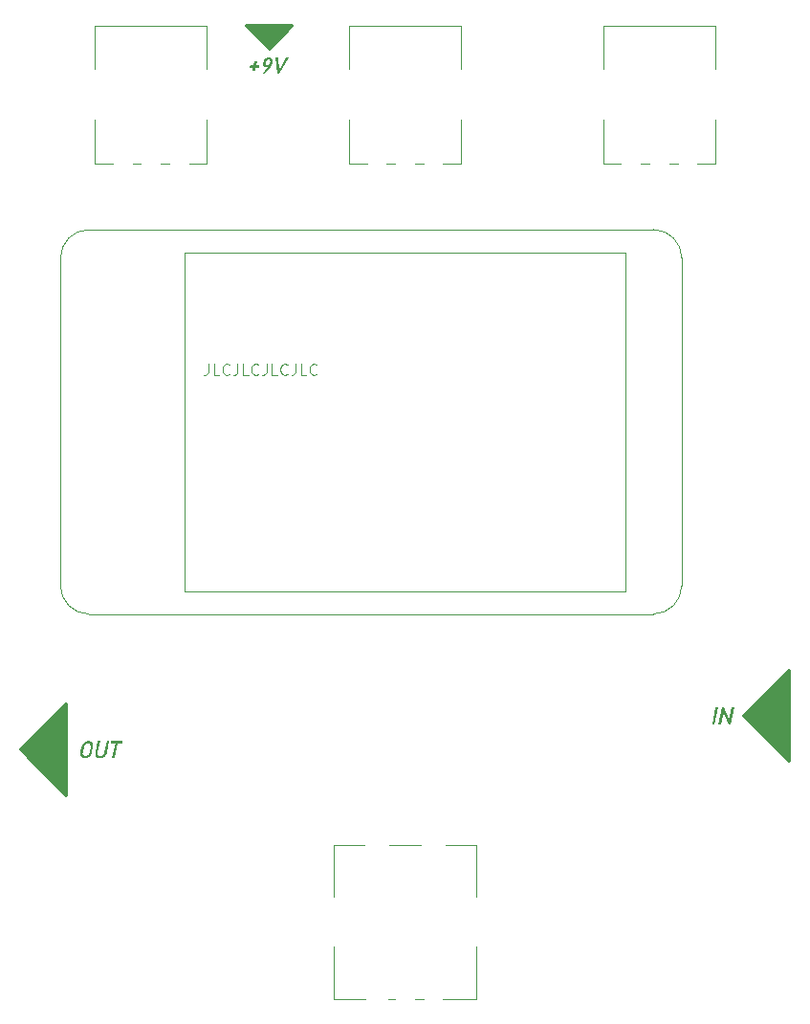
<source format=gbr>
%TF.GenerationSoftware,KiCad,Pcbnew,8.0.1*%
%TF.CreationDate,2024-04-21T18:31:03+02:00*%
%TF.ProjectId,Hypersonic_pedal_pcb,48797065-7273-46f6-9e69-635f70656461,rev?*%
%TF.SameCoordinates,Original*%
%TF.FileFunction,Legend,Top*%
%TF.FilePolarity,Positive*%
%FSLAX46Y46*%
G04 Gerber Fmt 4.6, Leading zero omitted, Abs format (unit mm)*
G04 Created by KiCad (PCBNEW 8.0.1) date 2024-04-21 18:31:03*
%MOMM*%
%LPD*%
G01*
G04 APERTURE LIST*
%ADD10C,0.100000*%
%ADD11C,0.200000*%
%ADD12C,0.300000*%
%ADD13C,0.120000*%
G04 APERTURE END LIST*
D10*
X98839598Y-103872419D02*
X98839598Y-104586704D01*
X98839598Y-104586704D02*
X98791979Y-104729561D01*
X98791979Y-104729561D02*
X98696741Y-104824800D01*
X98696741Y-104824800D02*
X98553884Y-104872419D01*
X98553884Y-104872419D02*
X98458646Y-104872419D01*
X99791979Y-104872419D02*
X99315789Y-104872419D01*
X99315789Y-104872419D02*
X99315789Y-103872419D01*
X100696741Y-104777180D02*
X100649122Y-104824800D01*
X100649122Y-104824800D02*
X100506265Y-104872419D01*
X100506265Y-104872419D02*
X100411027Y-104872419D01*
X100411027Y-104872419D02*
X100268170Y-104824800D01*
X100268170Y-104824800D02*
X100172932Y-104729561D01*
X100172932Y-104729561D02*
X100125313Y-104634323D01*
X100125313Y-104634323D02*
X100077694Y-104443847D01*
X100077694Y-104443847D02*
X100077694Y-104300990D01*
X100077694Y-104300990D02*
X100125313Y-104110514D01*
X100125313Y-104110514D02*
X100172932Y-104015276D01*
X100172932Y-104015276D02*
X100268170Y-103920038D01*
X100268170Y-103920038D02*
X100411027Y-103872419D01*
X100411027Y-103872419D02*
X100506265Y-103872419D01*
X100506265Y-103872419D02*
X100649122Y-103920038D01*
X100649122Y-103920038D02*
X100696741Y-103967657D01*
X101411027Y-103872419D02*
X101411027Y-104586704D01*
X101411027Y-104586704D02*
X101363408Y-104729561D01*
X101363408Y-104729561D02*
X101268170Y-104824800D01*
X101268170Y-104824800D02*
X101125313Y-104872419D01*
X101125313Y-104872419D02*
X101030075Y-104872419D01*
X102363408Y-104872419D02*
X101887218Y-104872419D01*
X101887218Y-104872419D02*
X101887218Y-103872419D01*
X103268170Y-104777180D02*
X103220551Y-104824800D01*
X103220551Y-104824800D02*
X103077694Y-104872419D01*
X103077694Y-104872419D02*
X102982456Y-104872419D01*
X102982456Y-104872419D02*
X102839599Y-104824800D01*
X102839599Y-104824800D02*
X102744361Y-104729561D01*
X102744361Y-104729561D02*
X102696742Y-104634323D01*
X102696742Y-104634323D02*
X102649123Y-104443847D01*
X102649123Y-104443847D02*
X102649123Y-104300990D01*
X102649123Y-104300990D02*
X102696742Y-104110514D01*
X102696742Y-104110514D02*
X102744361Y-104015276D01*
X102744361Y-104015276D02*
X102839599Y-103920038D01*
X102839599Y-103920038D02*
X102982456Y-103872419D01*
X102982456Y-103872419D02*
X103077694Y-103872419D01*
X103077694Y-103872419D02*
X103220551Y-103920038D01*
X103220551Y-103920038D02*
X103268170Y-103967657D01*
X103982456Y-103872419D02*
X103982456Y-104586704D01*
X103982456Y-104586704D02*
X103934837Y-104729561D01*
X103934837Y-104729561D02*
X103839599Y-104824800D01*
X103839599Y-104824800D02*
X103696742Y-104872419D01*
X103696742Y-104872419D02*
X103601504Y-104872419D01*
X104934837Y-104872419D02*
X104458647Y-104872419D01*
X104458647Y-104872419D02*
X104458647Y-103872419D01*
X105839599Y-104777180D02*
X105791980Y-104824800D01*
X105791980Y-104824800D02*
X105649123Y-104872419D01*
X105649123Y-104872419D02*
X105553885Y-104872419D01*
X105553885Y-104872419D02*
X105411028Y-104824800D01*
X105411028Y-104824800D02*
X105315790Y-104729561D01*
X105315790Y-104729561D02*
X105268171Y-104634323D01*
X105268171Y-104634323D02*
X105220552Y-104443847D01*
X105220552Y-104443847D02*
X105220552Y-104300990D01*
X105220552Y-104300990D02*
X105268171Y-104110514D01*
X105268171Y-104110514D02*
X105315790Y-104015276D01*
X105315790Y-104015276D02*
X105411028Y-103920038D01*
X105411028Y-103920038D02*
X105553885Y-103872419D01*
X105553885Y-103872419D02*
X105649123Y-103872419D01*
X105649123Y-103872419D02*
X105791980Y-103920038D01*
X105791980Y-103920038D02*
X105839599Y-103967657D01*
X106553885Y-103872419D02*
X106553885Y-104586704D01*
X106553885Y-104586704D02*
X106506266Y-104729561D01*
X106506266Y-104729561D02*
X106411028Y-104824800D01*
X106411028Y-104824800D02*
X106268171Y-104872419D01*
X106268171Y-104872419D02*
X106172933Y-104872419D01*
X107506266Y-104872419D02*
X107030076Y-104872419D01*
X107030076Y-104872419D02*
X107030076Y-103872419D01*
X108411028Y-104777180D02*
X108363409Y-104824800D01*
X108363409Y-104824800D02*
X108220552Y-104872419D01*
X108220552Y-104872419D02*
X108125314Y-104872419D01*
X108125314Y-104872419D02*
X107982457Y-104824800D01*
X107982457Y-104824800D02*
X107887219Y-104729561D01*
X107887219Y-104729561D02*
X107839600Y-104634323D01*
X107839600Y-104634323D02*
X107791981Y-104443847D01*
X107791981Y-104443847D02*
X107791981Y-104300990D01*
X107791981Y-104300990D02*
X107839600Y-104110514D01*
X107839600Y-104110514D02*
X107887219Y-104015276D01*
X107887219Y-104015276D02*
X107982457Y-103920038D01*
X107982457Y-103920038D02*
X108125314Y-103872419D01*
X108125314Y-103872419D02*
X108220552Y-103872419D01*
X108220552Y-103872419D02*
X108363409Y-103920038D01*
X108363409Y-103920038D02*
X108411028Y-103967657D01*
D11*
G36*
X88300160Y-137243135D02*
G01*
X88375247Y-137258108D01*
X88448820Y-137287388D01*
X88481716Y-137307020D01*
X88538724Y-137355012D01*
X88583354Y-137413809D01*
X88615604Y-137483411D01*
X88620568Y-137498628D01*
X88636263Y-137571468D01*
X88640481Y-137651089D01*
X88634596Y-137727556D01*
X88624232Y-137788422D01*
X88536304Y-138210840D01*
X88515811Y-138290731D01*
X88488402Y-138365538D01*
X88454079Y-138435261D01*
X88412840Y-138499902D01*
X88365625Y-138558497D01*
X88313372Y-138610086D01*
X88248566Y-138659748D01*
X88193754Y-138692243D01*
X88118860Y-138725184D01*
X88040083Y-138747344D01*
X87966798Y-138757991D01*
X87909822Y-138760387D01*
X87835862Y-138756128D01*
X87760649Y-138741155D01*
X87687004Y-138711874D01*
X87654099Y-138692243D01*
X87597091Y-138644179D01*
X87552462Y-138585167D01*
X87520212Y-138515208D01*
X87515247Y-138499902D01*
X87499701Y-138426824D01*
X87495515Y-138347313D01*
X87499239Y-138298601D01*
X87709490Y-138298601D01*
X87715845Y-138377297D01*
X87744322Y-138450393D01*
X87751919Y-138462166D01*
X87804568Y-138514521D01*
X87874361Y-138545143D01*
X87952686Y-138554124D01*
X88026978Y-138546850D01*
X88102999Y-138521705D01*
X88172150Y-138478600D01*
X88191556Y-138462166D01*
X88243459Y-138405510D01*
X88284176Y-138339407D01*
X88313706Y-138263856D01*
X88325279Y-138217801D01*
X88416137Y-137781095D01*
X88426502Y-137699999D01*
X88420277Y-137621245D01*
X88391858Y-137548418D01*
X88384263Y-137536730D01*
X88331779Y-137484375D01*
X88261978Y-137453753D01*
X88183496Y-137444773D01*
X88109352Y-137452047D01*
X88033360Y-137477191D01*
X87964094Y-137520296D01*
X87944626Y-137536730D01*
X87892694Y-137593090D01*
X87851890Y-137659129D01*
X87822215Y-137734847D01*
X87810537Y-137781095D01*
X87719678Y-138217801D01*
X87709490Y-138298601D01*
X87499239Y-138298601D01*
X87501331Y-138271235D01*
X87511584Y-138210840D01*
X87599511Y-137788422D01*
X87620142Y-137707937D01*
X87647596Y-137632809D01*
X87681874Y-137563040D01*
X87722976Y-137498628D01*
X87770191Y-137440353D01*
X87829329Y-137383060D01*
X87894844Y-137334519D01*
X87942062Y-137307020D01*
X88016985Y-137274079D01*
X88095849Y-137251919D01*
X88169259Y-137241272D01*
X88226360Y-137238876D01*
X88300160Y-137243135D01*
G37*
G36*
X89233129Y-138760387D02*
G01*
X89146687Y-138755286D01*
X89070086Y-138739985D01*
X88993154Y-138709240D01*
X88929617Y-138664611D01*
X88885816Y-138615307D01*
X88848046Y-138546119D01*
X88825459Y-138465501D01*
X88818182Y-138387302D01*
X88822059Y-138300706D01*
X88833810Y-138222127D01*
X88837090Y-138205711D01*
X89034926Y-137254263D01*
X89239724Y-137254263D01*
X89040422Y-138212672D01*
X89029522Y-138289586D01*
X89031493Y-138365111D01*
X89054366Y-138441598D01*
X89068265Y-138465097D01*
X89126328Y-138519348D01*
X89200462Y-138547082D01*
X89275994Y-138554124D01*
X89355219Y-138547082D01*
X89426793Y-138525955D01*
X89497347Y-138485963D01*
X89522923Y-138465097D01*
X89573584Y-138408989D01*
X89613869Y-138341230D01*
X89640969Y-138271220D01*
X89655914Y-138212672D01*
X89855216Y-137254263D01*
X90060013Y-137254263D01*
X89862177Y-138205711D01*
X89842320Y-138285456D01*
X89817097Y-138359370D01*
X89786507Y-138427451D01*
X89742715Y-138501451D01*
X89691195Y-138567053D01*
X89642358Y-138615307D01*
X89577851Y-138664611D01*
X89507702Y-138703715D01*
X89431912Y-138732618D01*
X89350480Y-138751319D01*
X89263407Y-138759820D01*
X89233129Y-138760387D01*
G37*
G36*
X90332588Y-138745000D02*
G01*
X90617254Y-137376263D01*
X90822051Y-137376263D01*
X90537386Y-138745000D01*
X90332588Y-138745000D01*
G37*
G36*
X90188974Y-137452833D02*
G01*
X90230373Y-137254263D01*
X91259490Y-137254263D01*
X91218091Y-137452833D01*
X90188974Y-137452833D01*
G37*
G36*
X143944993Y-134254263D02*
G01*
X143635048Y-135745000D01*
X143430617Y-135745000D01*
X143740561Y-134254263D01*
X143944993Y-134254263D01*
G37*
G36*
X144008374Y-135743900D02*
G01*
X144317951Y-134254263D01*
X144503698Y-134254263D01*
X144977041Y-135406479D01*
X144947365Y-135433224D01*
X145192463Y-134254263D01*
X145395062Y-134254263D01*
X145085484Y-135743900D01*
X144897906Y-135743900D01*
X144422732Y-134608904D01*
X144452407Y-134582159D01*
X144210973Y-135743900D01*
X144008374Y-135743900D01*
G37*
G36*
X102553715Y-77458415D02*
G01*
X103368143Y-77458415D01*
X103326744Y-77657351D01*
X102512316Y-77657351D01*
X102553715Y-77458415D01*
G37*
G36*
X103129274Y-77141510D02*
G01*
X102956350Y-77974256D01*
X102751919Y-77974256D01*
X102924842Y-77141510D01*
X103129274Y-77141510D01*
G37*
G36*
X104279422Y-76744644D02*
G01*
X104356874Y-76765360D01*
X104427257Y-76806676D01*
X104474930Y-76859410D01*
X104507651Y-76925768D01*
X104524480Y-77004673D01*
X104526171Y-77084009D01*
X104517936Y-77159658D01*
X104510467Y-77200129D01*
X104510101Y-77201228D01*
X104490022Y-77277827D01*
X104462794Y-77352934D01*
X104443056Y-77398698D01*
X104410613Y-77464443D01*
X104373733Y-77529330D01*
X104332417Y-77593358D01*
X104323621Y-77606060D01*
X103879954Y-78245000D01*
X103659403Y-78245000D01*
X104120780Y-77588810D01*
X104115735Y-77593535D01*
X104079623Y-77611556D01*
X104005577Y-77629817D01*
X103956891Y-77632805D01*
X103883503Y-77625340D01*
X103813806Y-77599097D01*
X103752340Y-77547778D01*
X103727913Y-77513370D01*
X103696801Y-77439986D01*
X103684036Y-77364344D01*
X103684361Y-77290117D01*
X103687699Y-77265440D01*
X103894173Y-77265440D01*
X103902257Y-77339416D01*
X103917690Y-77375983D01*
X103975678Y-77427725D01*
X104047966Y-77442231D01*
X104053977Y-77442295D01*
X104127307Y-77431291D01*
X104195187Y-77394826D01*
X104216643Y-77375617D01*
X104263987Y-77312432D01*
X104293373Y-77244894D01*
X104308600Y-77187672D01*
X104308600Y-77186939D01*
X104317943Y-77112156D01*
X104308046Y-77035260D01*
X104293946Y-77004490D01*
X104236165Y-76953892D01*
X104158391Y-76939644D01*
X104084587Y-76950346D01*
X104016466Y-76985809D01*
X103994993Y-77004490D01*
X103948007Y-77065829D01*
X103916872Y-77138335D01*
X103904134Y-77187672D01*
X103903768Y-77188771D01*
X103894173Y-77265440D01*
X103687699Y-77265440D01*
X103695416Y-77208387D01*
X103697871Y-77196099D01*
X103698237Y-77195000D01*
X103718176Y-77116968D01*
X103744193Y-77045815D01*
X103782231Y-76971495D01*
X103828543Y-76906538D01*
X103874825Y-76858311D01*
X103935473Y-76811773D01*
X104002011Y-76776666D01*
X104074439Y-76752989D01*
X104152758Y-76740742D01*
X104200157Y-76738876D01*
X104279422Y-76744644D01*
G37*
G36*
X104942044Y-78245000D02*
G01*
X104776448Y-76754263D01*
X104999197Y-76754263D01*
X105106175Y-77922965D01*
X105699319Y-76754263D01*
X105921702Y-76754263D01*
X105136584Y-78245000D01*
X104942044Y-78245000D01*
G37*
D12*
X104250000Y-76000000D02*
X102250000Y-74000000D01*
X106250000Y-74000000D01*
X104250000Y-76000000D01*
G36*
X104250000Y-76000000D02*
G01*
X102250000Y-74000000D01*
X106250000Y-74000000D01*
X104250000Y-76000000D01*
G37*
X86250000Y-142000000D02*
X82250000Y-138000000D01*
X86250000Y-134000000D01*
X86250000Y-142000000D01*
G36*
X86250000Y-142000000D02*
G01*
X82250000Y-138000000D01*
X86250000Y-134000000D01*
X86250000Y-142000000D01*
G37*
X150250000Y-139000000D02*
X146250000Y-135000000D01*
X150250000Y-131000000D01*
X150250000Y-139000000D01*
G36*
X150250000Y-139000000D02*
G01*
X146250000Y-135000000D01*
X150250000Y-131000000D01*
X150250000Y-139000000D01*
G37*
D13*
%TO.C,SW1*%
X109940000Y-160060000D02*
X109940000Y-155450000D01*
X112700000Y-160060000D02*
X109940000Y-160060000D01*
X114800000Y-160060000D02*
X115400000Y-160060000D01*
X117100000Y-160060000D02*
X117900000Y-160060000D01*
X119600000Y-160060000D02*
X122560000Y-160060000D01*
X122560000Y-155450000D02*
X122560000Y-160060000D01*
X109950000Y-151050000D02*
X109950000Y-146440000D01*
X109950000Y-146440000D02*
X112650000Y-146440000D01*
X114850000Y-146440000D02*
X117650000Y-146440000D01*
X119850000Y-146440000D02*
X122560000Y-146440000D01*
X122560000Y-146440000D02*
X122560000Y-151050000D01*
%TO.C,J5*%
X85750000Y-123500000D02*
X85750000Y-94500000D01*
X88250000Y-92000000D02*
X138250000Y-92000000D01*
X138250000Y-126000000D02*
X88250000Y-126000000D01*
X140750000Y-94500000D02*
X140750000Y-123500000D01*
X96750000Y-94000000D02*
X135750000Y-94000000D01*
X135750000Y-124000000D01*
X96750000Y-124000000D01*
X96750000Y-94000000D01*
X85750000Y-94500000D02*
G75*
G02*
X88250000Y-92000000I2500000J0D01*
G01*
X88250000Y-126000000D02*
G75*
G02*
X85750000Y-123500000I0J2500000D01*
G01*
X138250000Y-92000000D02*
G75*
G02*
X140750000Y-94500000I0J-2500000D01*
G01*
X140750000Y-123500000D02*
G75*
G02*
X138250000Y-126000000I-2500000J0D01*
G01*
%TO.C,RV3*%
X133780000Y-86170000D02*
X135379000Y-86170000D01*
X133780000Y-86170000D02*
X133780000Y-82305000D01*
X137121000Y-86170000D02*
X137880000Y-86170000D01*
X139621000Y-86170000D02*
X140380000Y-86170000D01*
X142120000Y-86170000D02*
X143720000Y-86170000D01*
X143720000Y-86170000D02*
X143720000Y-82305000D01*
X133780000Y-77795000D02*
X133780000Y-73930000D01*
X143720000Y-77795000D02*
X143720000Y-73930000D01*
X133780000Y-73930000D02*
X143720000Y-73930000D01*
%TO.C,RV2*%
X111280000Y-86170000D02*
X112879000Y-86170000D01*
X111280000Y-86170000D02*
X111280000Y-82305000D01*
X114621000Y-86170000D02*
X115380000Y-86170000D01*
X117121000Y-86170000D02*
X117880000Y-86170000D01*
X119620000Y-86170000D02*
X121220000Y-86170000D01*
X121220000Y-86170000D02*
X121220000Y-82305000D01*
X111280000Y-77795000D02*
X111280000Y-73930000D01*
X121220000Y-77795000D02*
X121220000Y-73930000D01*
X111280000Y-73930000D02*
X121220000Y-73930000D01*
%TO.C,RV1*%
X88780000Y-86170000D02*
X90379000Y-86170000D01*
X88780000Y-86170000D02*
X88780000Y-82305000D01*
X92121000Y-86170000D02*
X92880000Y-86170000D01*
X94621000Y-86170000D02*
X95380000Y-86170000D01*
X97120000Y-86170000D02*
X98720000Y-86170000D01*
X98720000Y-86170000D02*
X98720000Y-82305000D01*
X88780000Y-77795000D02*
X88780000Y-73930000D01*
X98720000Y-77795000D02*
X98720000Y-73930000D01*
X88780000Y-73930000D02*
X98720000Y-73930000D01*
%TD*%
M02*

</source>
